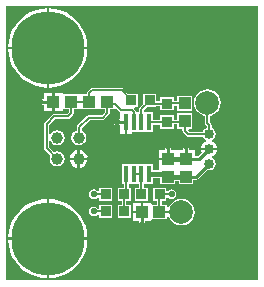
<source format=gtl>
G04*
G04 #@! TF.GenerationSoftware,Altium Limited,Altium Designer,20.2.6 (244)*
G04*
G04 Layer_Physical_Order=1*
G04 Layer_Color=255*
%FSLAX25Y25*%
%MOIN*%
G70*
G04*
G04 #@! TF.SameCoordinates,2912C924-6B85-435B-98AD-5968C9E07C92*
G04*
G04*
G04 #@! TF.FilePolarity,Positive*
G04*
G01*
G75*
%ADD12C,0.07874*%
%ADD13R,0.01772X0.05709*%
%ADD14R,0.03937X0.04134*%
%ADD15R,0.03347X0.03543*%
%ADD16R,0.03543X0.03347*%
%ADD17R,0.04134X0.03937*%
%ADD27C,0.00600*%
%ADD28C,0.01000*%
%ADD29C,0.01600*%
%ADD30C,0.24410*%
%ADD31C,0.03347*%
%ADD32C,0.03937*%
%ADD33C,0.02165*%
G36*
X85302Y1313D02*
X1313D01*
Y92585D01*
X85302Y92585D01*
Y1313D01*
D02*
G37*
%LPC*%
G36*
X15558Y91954D02*
Y79140D01*
X28372D01*
X28240Y80812D01*
X27755Y82833D01*
X26959Y84754D01*
X25873Y86526D01*
X24523Y88106D01*
X22943Y89456D01*
X21171Y90542D01*
X19251Y91337D01*
X17230Y91823D01*
X15558Y91954D01*
D02*
G37*
G36*
X14758D02*
X13085Y91823D01*
X11064Y91337D01*
X9144Y90542D01*
X7372Y89456D01*
X5791Y88106D01*
X4442Y86526D01*
X3356Y84754D01*
X2560Y82833D01*
X2075Y80812D01*
X1943Y79140D01*
X14758D01*
Y91954D01*
D02*
G37*
G36*
X28372Y78340D02*
X15558D01*
Y65526D01*
X17230Y65658D01*
X19251Y66143D01*
X21171Y66938D01*
X22943Y68024D01*
X24523Y69374D01*
X25873Y70955D01*
X26959Y72727D01*
X27755Y74647D01*
X28240Y76668D01*
X28372Y78340D01*
D02*
G37*
G36*
X14758D02*
X1943D01*
X2075Y76668D01*
X2560Y74647D01*
X3356Y72727D01*
X4442Y70955D01*
X5791Y69374D01*
X7372Y68024D01*
X9144Y66938D01*
X11064Y66143D01*
X13085Y65658D01*
X14758Y65526D01*
Y78340D01*
D02*
G37*
G36*
X39764Y65383D02*
X39764Y65383D01*
X29921D01*
X29609Y65320D01*
X29344Y65144D01*
X29344Y65144D01*
X28459Y64258D01*
X28282Y63993D01*
X28220Y63681D01*
X27922Y63295D01*
X20595D01*
X20366Y63295D01*
X20095Y63683D01*
Y63795D01*
X17428D01*
Y60827D01*
Y57858D01*
X20095D01*
Y57971D01*
X20366Y58358D01*
X20595Y58358D01*
X22117D01*
Y57326D01*
X21512Y56721D01*
X17323D01*
X17011Y56659D01*
X16746Y56482D01*
X16746Y56482D01*
X14171Y53907D01*
X13994Y53642D01*
X13932Y53330D01*
X13932Y53330D01*
Y45308D01*
X13932Y45308D01*
X13994Y44996D01*
X14171Y44731D01*
X16073Y42828D01*
X15990Y42703D01*
X15798Y41740D01*
X15990Y40777D01*
X16535Y39961D01*
X17352Y39415D01*
X18315Y39223D01*
X19278Y39415D01*
X20095Y39961D01*
X20640Y40777D01*
X20832Y41740D01*
X20640Y42703D01*
X20095Y43520D01*
X19278Y44065D01*
X18315Y44257D01*
X17352Y44065D01*
X17227Y43982D01*
X15563Y45646D01*
Y47625D01*
X16063Y47738D01*
X16535Y47031D01*
X17352Y46486D01*
X18315Y46294D01*
X19278Y46486D01*
X20095Y47031D01*
X20640Y47848D01*
X20832Y48811D01*
X20640Y49774D01*
X20095Y50591D01*
X19278Y51136D01*
X18315Y51328D01*
X17352Y51136D01*
X16535Y50591D01*
X16063Y49884D01*
X15563Y49997D01*
Y52992D01*
X17661Y55090D01*
X21850D01*
X21850Y55090D01*
X22163Y55152D01*
X22427Y55329D01*
X23510Y56411D01*
X23687Y56676D01*
X23749Y56988D01*
X23749Y56988D01*
Y58358D01*
X34125D01*
Y57326D01*
X33127Y56327D01*
X28740D01*
X28740Y56327D01*
X28428Y56265D01*
X28163Y56089D01*
X28163Y56089D01*
X25014Y52939D01*
X24837Y52674D01*
X24775Y52362D01*
X24775Y52362D01*
Y51206D01*
X24423Y51136D01*
X23606Y50591D01*
X23061Y49774D01*
X22869Y48811D01*
X23061Y47848D01*
X23606Y47031D01*
X24423Y46486D01*
X25386Y46294D01*
X26349Y46486D01*
X27165Y47031D01*
X27711Y47848D01*
X27903Y48811D01*
X27711Y49774D01*
X27165Y50591D01*
X26406Y51098D01*
Y52024D01*
X29078Y54696D01*
X33465D01*
X33465Y54696D01*
X33777Y54758D01*
X34041Y54935D01*
X35518Y56411D01*
X35518Y56411D01*
X35695Y56676D01*
X35757Y56988D01*
X35757Y56988D01*
Y58358D01*
X37508D01*
Y58358D01*
X37945Y58539D01*
X38990Y57494D01*
X38990Y57494D01*
X39255Y57317D01*
X39354Y57297D01*
Y54957D01*
X38091D01*
X37700Y54879D01*
X37370Y54658D01*
X37149Y54327D01*
X37071Y53937D01*
X37149Y53547D01*
X37370Y53216D01*
X37700Y52995D01*
X38091Y52917D01*
X39354D01*
Y50083D01*
X40840D01*
Y53937D01*
X41640D01*
Y50083D01*
X43126D01*
Y50583D01*
X50303D01*
Y53121D01*
X52650D01*
Y51862D01*
X57193D01*
Y53220D01*
X58358D01*
Y51764D01*
X60011D01*
Y51181D01*
X60011Y51181D01*
X60073Y50869D01*
X60250Y50604D01*
X61431Y49423D01*
X61431Y49423D01*
X61696Y49246D01*
X62008Y49184D01*
X62008Y49184D01*
X66844D01*
X66851Y49152D01*
X67331Y48433D01*
X67856Y48082D01*
X67823Y47527D01*
X67550Y47414D01*
X66991Y46985D01*
X66563Y46427D01*
X66293Y45777D01*
X66254Y45479D01*
X68898D01*
X71541D01*
X71502Y45777D01*
X71233Y46427D01*
X70804Y46985D01*
X70246Y47414D01*
X69972Y47527D01*
X69939Y48082D01*
X70464Y48433D01*
X70945Y49152D01*
X71114Y50000D01*
X70945Y50848D01*
X70464Y51567D01*
X69746Y52047D01*
X69713Y52054D01*
Y53150D01*
X69651Y53462D01*
X69474Y53726D01*
X69474Y53726D01*
X69123Y54078D01*
Y56065D01*
X69465Y56110D01*
X70545Y56557D01*
X71472Y57269D01*
X72183Y58195D01*
X72630Y59275D01*
X72782Y60433D01*
X72630Y61591D01*
X72183Y62671D01*
X71472Y63598D01*
X70545Y64309D01*
X69465Y64756D01*
X68307Y64908D01*
X67149Y64756D01*
X66069Y64309D01*
X65143Y63598D01*
X64431Y62671D01*
X63984Y61591D01*
X63832Y60433D01*
X63984Y59275D01*
X64431Y58195D01*
X65143Y57269D01*
X66069Y56557D01*
X67149Y56110D01*
X67491Y56065D01*
Y53740D01*
X67491Y53740D01*
X67554Y53428D01*
X67730Y53163D01*
X68082Y52812D01*
Y52054D01*
X68050Y52047D01*
X67331Y51567D01*
X66851Y50848D01*
X66844Y50816D01*
X62346D01*
X61898Y51264D01*
X62105Y51764D01*
X63295D01*
Y56898D01*
X58358D01*
Y54851D01*
X57193D01*
Y56209D01*
X52650D01*
Y54753D01*
X50303D01*
Y57291D01*
X47174D01*
Y58028D01*
X48094Y58949D01*
X51287D01*
Y59322D01*
X52650D01*
Y57965D01*
X57193D01*
Y59421D01*
X58358D01*
Y57669D01*
X63295D01*
Y62803D01*
X58358D01*
Y61052D01*
X57193D01*
Y62311D01*
X52650D01*
Y60953D01*
X51287D01*
Y63492D01*
X46941D01*
Y60102D01*
X45781Y58943D01*
X45605Y58678D01*
X45543Y58366D01*
X45543Y58366D01*
Y57291D01*
X44615D01*
Y57382D01*
X44553Y57694D01*
X44376Y57959D01*
X44376Y57959D01*
X43886Y58449D01*
X44093Y58949D01*
X45185D01*
Y63492D01*
X41992D01*
X40341Y65144D01*
X40076Y65320D01*
X39764Y65383D01*
D02*
G37*
G36*
X16628Y63795D02*
X13961D01*
Y61846D01*
X12697D01*
X12307Y61769D01*
X11976Y61548D01*
X11755Y61217D01*
X11677Y60827D01*
X11755Y60437D01*
X11976Y60106D01*
X12307Y59885D01*
X12697Y59807D01*
X13961D01*
Y57858D01*
X16628D01*
Y60827D01*
Y63795D01*
D02*
G37*
G36*
X61221Y47083D02*
X60830Y47005D01*
X60500Y46784D01*
X60278Y46453D01*
X60201Y46063D01*
Y44799D01*
X58252D01*
Y44799D01*
X58087D01*
Y44799D01*
X56138D01*
Y46063D01*
X56060Y46453D01*
X55839Y46784D01*
X55508Y47005D01*
X55118Y47083D01*
X54728Y47005D01*
X54397Y46784D01*
X54176Y46453D01*
X54098Y46063D01*
Y44799D01*
X52150D01*
Y42132D01*
X55118D01*
Y41332D01*
X52150D01*
Y38665D01*
X52179D01*
X52337Y38519D01*
X52370Y38014D01*
X52296Y37940D01*
X50303D01*
Y39968D01*
X39854D01*
Y33260D01*
X40424D01*
Y32193D01*
X38378D01*
Y27650D01*
X39735D01*
Y26484D01*
X38378D01*
Y21941D01*
X42724D01*
Y26484D01*
X41367D01*
Y27650D01*
X42724D01*
Y32193D01*
X42056D01*
Y33260D01*
X45543D01*
Y32193D01*
X44185D01*
Y27650D01*
X48531D01*
Y32193D01*
X47174D01*
Y33260D01*
X50303D01*
Y35289D01*
X52650D01*
Y33260D01*
X57587D01*
Y34501D01*
X58752D01*
Y33260D01*
X63689D01*
Y34807D01*
X64567D01*
X64957Y34885D01*
X65288Y35106D01*
X68252Y38070D01*
X68898Y37942D01*
X69746Y38110D01*
X70464Y38591D01*
X70945Y39309D01*
X71114Y40157D01*
X70945Y41005D01*
X70464Y41724D01*
X69939Y42075D01*
X69972Y42630D01*
X70246Y42744D01*
X70804Y43172D01*
X71233Y43731D01*
X71502Y44381D01*
X71541Y44679D01*
X68898D01*
X66254D01*
X66293Y44381D01*
X66429Y44052D01*
X65129Y42752D01*
X64189D01*
Y44799D01*
X62240D01*
Y46063D01*
X62163Y46453D01*
X61941Y46784D01*
X61611Y47005D01*
X61221Y47083D01*
D02*
G37*
G36*
X24986Y44682D02*
X24611Y44632D01*
X23889Y44333D01*
X23269Y43857D01*
X22793Y43237D01*
X22494Y42515D01*
X22444Y42140D01*
X24986D01*
Y44682D01*
D02*
G37*
G36*
X25786D02*
Y41740D01*
Y38799D01*
X26161Y38848D01*
X26883Y39147D01*
X27503Y39623D01*
X27979Y40243D01*
X28261Y40925D01*
X29126D01*
X29438Y40987D01*
X29703Y41163D01*
X29880Y41428D01*
X29942Y41740D01*
X29880Y42052D01*
X29703Y42317D01*
X29438Y42494D01*
X29126Y42556D01*
X28261D01*
X27979Y43237D01*
X27503Y43857D01*
X26883Y44333D01*
X26161Y44632D01*
X25786Y44682D01*
D02*
G37*
G36*
X24986Y41340D02*
X22444D01*
X22494Y40965D01*
X22793Y40243D01*
X23269Y39623D01*
X23889Y39147D01*
X24611Y38848D01*
X24986Y38799D01*
Y41340D01*
D02*
G37*
G36*
X36622Y32193D02*
X32276D01*
Y31030D01*
X31776Y30879D01*
X31653Y31062D01*
X31129Y31412D01*
X30512Y31535D01*
X29894Y31412D01*
X29371Y31062D01*
X29021Y30539D01*
X28898Y29921D01*
X29021Y29304D01*
X29371Y28780D01*
X29894Y28430D01*
X30512Y28308D01*
X31129Y28430D01*
X31653Y28780D01*
X31776Y28964D01*
X32276Y28812D01*
Y27650D01*
X36622D01*
Y32193D01*
D02*
G37*
G36*
X54634Y32193D02*
X50287D01*
Y27650D01*
X51547D01*
Y26838D01*
X51193Y26484D01*
X49795Y26484D01*
X49524Y26872D01*
Y26984D01*
X46857D01*
Y24016D01*
X46457D01*
Y23616D01*
X43390D01*
Y21047D01*
X45437D01*
Y19685D01*
X45515Y19295D01*
X45736Y18964D01*
X46066Y18743D01*
X46457Y18665D01*
X46847Y18743D01*
X47178Y18964D01*
X47399Y19295D01*
X47476Y19685D01*
Y21047D01*
X49524D01*
Y21160D01*
X49795Y21547D01*
X50024Y21547D01*
X54929D01*
Y22501D01*
X55429Y22601D01*
X55770Y21778D01*
X56481Y20851D01*
X57408Y20140D01*
X58487Y19693D01*
X59646Y19541D01*
X60804Y19693D01*
X61883Y20140D01*
X62810Y20851D01*
X63521Y21778D01*
X63968Y22858D01*
X64121Y24016D01*
X63968Y25174D01*
X63521Y26253D01*
X62810Y27180D01*
X61883Y27891D01*
X60804Y28339D01*
X59646Y28491D01*
X58487Y28339D01*
X57408Y27891D01*
X56481Y27180D01*
X55770Y26253D01*
X55429Y25431D01*
X54929Y25530D01*
Y26484D01*
X53178D01*
Y27650D01*
X54634D01*
Y28812D01*
X55134Y28964D01*
X55257Y28780D01*
X55780Y28430D01*
X56398Y28308D01*
X57015Y28430D01*
X57539Y28780D01*
X57889Y29304D01*
X58011Y29921D01*
X57889Y30539D01*
X57539Y31062D01*
X57015Y31412D01*
X56398Y31535D01*
X55780Y31412D01*
X55257Y31062D01*
X55134Y30879D01*
X54634Y31030D01*
Y32193D01*
D02*
G37*
G36*
X36622Y26484D02*
X32276D01*
Y25322D01*
X31776Y25170D01*
X31653Y25354D01*
X31129Y25703D01*
X30512Y25826D01*
X29894Y25703D01*
X29371Y25354D01*
X29021Y24830D01*
X28898Y24213D01*
X29021Y23595D01*
X29371Y23072D01*
X29894Y22722D01*
X30512Y22599D01*
X31129Y22722D01*
X31653Y23072D01*
X31776Y23255D01*
X32276Y23104D01*
Y21941D01*
X36622D01*
Y26484D01*
D02*
G37*
G36*
X46057Y26984D02*
X43390D01*
Y24416D01*
X46057D01*
Y26984D01*
D02*
G37*
G36*
X15558Y28372D02*
Y15558D01*
X28372D01*
X28240Y17230D01*
X27755Y19251D01*
X26959Y21171D01*
X25873Y22943D01*
X24523Y24523D01*
X22943Y25873D01*
X21171Y26959D01*
X19251Y27755D01*
X17230Y28240D01*
X15558Y28372D01*
D02*
G37*
G36*
X14758D02*
X13085Y28240D01*
X11064Y27755D01*
X9144Y26959D01*
X7372Y25873D01*
X5791Y24523D01*
X4442Y22943D01*
X3356Y21171D01*
X2560Y19251D01*
X2075Y17230D01*
X1943Y15558D01*
X14758D01*
Y28372D01*
D02*
G37*
G36*
X28372Y14758D02*
X15558D01*
Y1943D01*
X17230Y2075D01*
X19251Y2560D01*
X21171Y3356D01*
X22943Y4442D01*
X24523Y5791D01*
X25873Y7372D01*
X26959Y9144D01*
X27755Y11064D01*
X28240Y13085D01*
X28372Y14758D01*
D02*
G37*
G36*
X14758D02*
X1943D01*
X2075Y13085D01*
X2560Y11064D01*
X3356Y9144D01*
X4442Y7372D01*
X5791Y5791D01*
X7372Y4442D01*
X9144Y3356D01*
X11064Y2560D01*
X13085Y2075D01*
X14758Y1943D01*
Y14758D01*
D02*
G37*
%LPD*%
D12*
X59646Y24016D02*
D03*
X68307Y60433D02*
D03*
D13*
X41240Y36614D02*
D03*
X43799D02*
D03*
X46358D02*
D03*
X48917D02*
D03*
X41240Y53937D02*
D03*
X43799D02*
D03*
X46358D02*
D03*
X48917D02*
D03*
D14*
X55118Y41732D02*
D03*
Y35827D02*
D03*
X61221Y41732D02*
D03*
Y35827D02*
D03*
X60827Y54331D02*
D03*
Y60236D02*
D03*
D15*
X40551Y24213D02*
D03*
X34449D02*
D03*
Y29921D02*
D03*
X40551D02*
D03*
X43012Y61221D02*
D03*
X49114D02*
D03*
X46358Y29921D02*
D03*
X52461D02*
D03*
D16*
X54921Y60138D02*
D03*
Y54035D02*
D03*
D17*
X46457Y24016D02*
D03*
X52362D02*
D03*
X29035Y60827D02*
D03*
X34941D02*
D03*
X17028D02*
D03*
X22933D02*
D03*
D27*
X50098Y60138D02*
X54921D01*
X49114Y61122D02*
X50098Y60138D01*
X52362Y24016D02*
X52362Y24016D01*
X59646D01*
X60827Y51181D02*
Y54331D01*
X68898Y50000D02*
Y53150D01*
X68307Y53740D02*
X68898Y53150D01*
X68307Y53740D02*
Y60433D01*
X62008Y50000D02*
X68898D01*
X60827Y51181D02*
X62008Y50000D01*
X43012Y61221D02*
Y61319D01*
X39764Y64567D02*
X43012Y61319D01*
X29921Y64567D02*
X39764D01*
X46358Y58366D02*
X49114Y61122D01*
X46358Y53937D02*
Y58366D01*
X39567Y58071D02*
X43110D01*
X34941Y60827D02*
X35686Y60082D01*
X37556D01*
X39567Y58071D01*
X43110D02*
X43799Y57382D01*
X25386Y41740D02*
X29126D01*
X52362Y29823D02*
X52461Y29921D01*
X56398D01*
X34941Y56988D02*
Y60827D01*
X33465Y55512D02*
X34941Y56988D01*
X28740Y55512D02*
X33465D01*
X25591Y52362D02*
X28740Y55512D01*
X25591Y49016D02*
Y52362D01*
X25386Y48811D02*
X25591Y49016D01*
X52362Y24016D02*
Y29823D01*
X30512Y24213D02*
X34449D01*
X30512Y29921D02*
X34449D01*
X14747Y45308D02*
Y53330D01*
X17323Y55905D01*
X21850D01*
X14747Y45308D02*
X18315Y41740D01*
X22933Y56988D02*
Y60827D01*
X21850Y55905D02*
X22933Y56988D01*
X55020Y60236D02*
X60827D01*
X54921Y60138D02*
X55020Y60236D01*
X54921Y54035D02*
X60532D01*
X60827Y54331D01*
X48917Y53937D02*
X54823D01*
X54921Y54035D01*
X41240Y30610D02*
Y36614D01*
X40551Y29921D02*
X41240Y30610D01*
X40551Y24213D02*
Y29921D01*
X22933Y60827D02*
X29035D01*
Y63681D01*
X29921Y64567D01*
X43799Y53937D02*
Y57382D01*
X54331Y36614D02*
X55118Y35827D01*
X46358Y29921D02*
Y36614D01*
X43799D02*
X46358D01*
D28*
X64567Y35827D02*
X68898Y40157D01*
X61221Y35827D02*
X64567D01*
X65551Y41732D02*
X68898Y45079D01*
X61221Y41732D02*
X65551D01*
X61221D02*
Y46063D01*
X12697Y60827D02*
X17028D01*
X46457Y19685D02*
Y24016D01*
X55118Y41732D02*
Y46063D01*
X38091Y53937D02*
X41240D01*
D29*
X55118Y41732D02*
X61221D01*
X55118Y35827D02*
X61221D01*
X48917Y36614D02*
X54331D01*
D30*
X15157Y78740D02*
D03*
Y15157D02*
D03*
D31*
X68898Y50000D02*
D03*
Y45079D02*
D03*
Y40157D02*
D03*
D32*
X25386Y41740D02*
D03*
X18315D02*
D03*
Y48811D02*
D03*
X25386D02*
D03*
D33*
X72244Y79134D02*
D03*
Y24016D02*
D03*
X65354Y10236D02*
D03*
X58465Y79134D02*
D03*
X51575Y65354D02*
D03*
Y10236D02*
D03*
X44685Y79134D02*
D03*
X37795Y37795D02*
D03*
Y10236D02*
D03*
X30906Y79134D02*
D03*
X24016Y65354D02*
D03*
X30906Y51575D02*
D03*
X10236Y37795D02*
D03*
X61221Y46063D02*
D03*
X29126Y41740D02*
D03*
X12697Y60827D02*
D03*
X46457Y19685D02*
D03*
X56398Y29921D02*
D03*
X38091Y53937D02*
D03*
X55118Y46063D02*
D03*
X30512Y24213D02*
D03*
Y29921D02*
D03*
M02*

</source>
